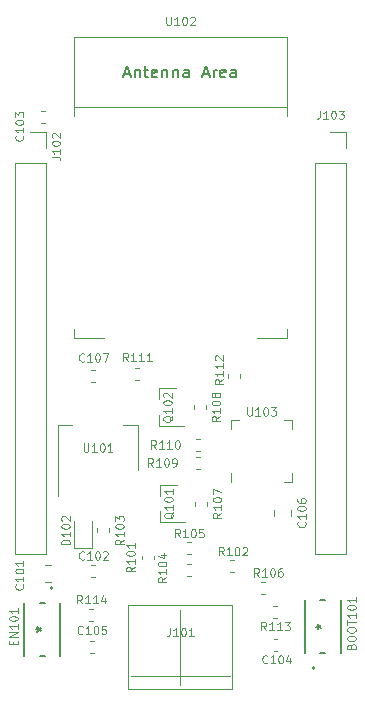
<source format=gbr>
%TF.GenerationSoftware,KiCad,Pcbnew,(5.99.0-12972-g3d2ffc12c1)*%
%TF.CreationDate,2021-12-01T23:42:45+01:00*%
%TF.ProjectId,ESP32_CP2102,45535033-325f-4435-9032-3130322e6b69,rev?*%
%TF.SameCoordinates,Original*%
%TF.FileFunction,Legend,Top*%
%TF.FilePolarity,Positive*%
%FSLAX46Y46*%
G04 Gerber Fmt 4.6, Leading zero omitted, Abs format (unit mm)*
G04 Created by KiCad (PCBNEW (5.99.0-12972-g3d2ffc12c1)) date 2021-12-01 23:42:45*
%MOMM*%
%LPD*%
G01*
G04 APERTURE LIST*
%ADD10C,0.100000*%
%ADD11C,0.150000*%
%ADD12C,0.120000*%
%ADD13C,0.152400*%
%ADD14C,0.020000*%
G04 APERTURE END LIST*
D10*
%TO.C,U103*%
X107258000Y-105788666D02*
X107258000Y-106355333D01*
X107291333Y-106422000D01*
X107324666Y-106455333D01*
X107391333Y-106488666D01*
X107524666Y-106488666D01*
X107591333Y-106455333D01*
X107624666Y-106422000D01*
X107658000Y-106355333D01*
X107658000Y-105788666D01*
X108358000Y-106488666D02*
X107958000Y-106488666D01*
X108158000Y-106488666D02*
X108158000Y-105788666D01*
X108091333Y-105888666D01*
X108024666Y-105955333D01*
X107958000Y-105988666D01*
X108791333Y-105788666D02*
X108858000Y-105788666D01*
X108924666Y-105822000D01*
X108958000Y-105855333D01*
X108991333Y-105922000D01*
X109024666Y-106055333D01*
X109024666Y-106222000D01*
X108991333Y-106355333D01*
X108958000Y-106422000D01*
X108924666Y-106455333D01*
X108858000Y-106488666D01*
X108791333Y-106488666D01*
X108724666Y-106455333D01*
X108691333Y-106422000D01*
X108658000Y-106355333D01*
X108624666Y-106222000D01*
X108624666Y-106055333D01*
X108658000Y-105922000D01*
X108691333Y-105855333D01*
X108724666Y-105822000D01*
X108791333Y-105788666D01*
X109258000Y-105788666D02*
X109691333Y-105788666D01*
X109458000Y-106055333D01*
X109558000Y-106055333D01*
X109624666Y-106088666D01*
X109658000Y-106122000D01*
X109691333Y-106188666D01*
X109691333Y-106355333D01*
X109658000Y-106422000D01*
X109624666Y-106455333D01*
X109558000Y-106488666D01*
X109358000Y-106488666D01*
X109291333Y-106455333D01*
X109258000Y-106422000D01*
%TO.C,R105*%
X101566666Y-116797466D02*
X101333333Y-116464133D01*
X101166666Y-116797466D02*
X101166666Y-116097466D01*
X101433333Y-116097466D01*
X101500000Y-116130800D01*
X101533333Y-116164133D01*
X101566666Y-116230800D01*
X101566666Y-116330800D01*
X101533333Y-116397466D01*
X101500000Y-116430800D01*
X101433333Y-116464133D01*
X101166666Y-116464133D01*
X102233333Y-116797466D02*
X101833333Y-116797466D01*
X102033333Y-116797466D02*
X102033333Y-116097466D01*
X101966666Y-116197466D01*
X101900000Y-116264133D01*
X101833333Y-116297466D01*
X102666666Y-116097466D02*
X102733333Y-116097466D01*
X102800000Y-116130800D01*
X102833333Y-116164133D01*
X102866666Y-116230800D01*
X102900000Y-116364133D01*
X102900000Y-116530800D01*
X102866666Y-116664133D01*
X102833333Y-116730800D01*
X102800000Y-116764133D01*
X102733333Y-116797466D01*
X102666666Y-116797466D01*
X102600000Y-116764133D01*
X102566666Y-116730800D01*
X102533333Y-116664133D01*
X102500000Y-116530800D01*
X102500000Y-116364133D01*
X102533333Y-116230800D01*
X102566666Y-116164133D01*
X102600000Y-116130800D01*
X102666666Y-116097466D01*
X103533333Y-116097466D02*
X103200000Y-116097466D01*
X103166666Y-116430800D01*
X103200000Y-116397466D01*
X103266666Y-116364133D01*
X103433333Y-116364133D01*
X103500000Y-116397466D01*
X103533333Y-116430800D01*
X103566666Y-116497466D01*
X103566666Y-116664133D01*
X103533333Y-116730800D01*
X103500000Y-116764133D01*
X103433333Y-116797466D01*
X103266666Y-116797466D01*
X103200000Y-116764133D01*
X103166666Y-116730800D01*
%TO.C,Q102*%
X100929933Y-106498933D02*
X100896600Y-106565600D01*
X100829933Y-106632266D01*
X100729933Y-106732266D01*
X100696600Y-106798933D01*
X100696600Y-106865600D01*
X100863266Y-106832266D02*
X100829933Y-106898933D01*
X100763266Y-106965600D01*
X100629933Y-106998933D01*
X100396600Y-106998933D01*
X100263266Y-106965600D01*
X100196600Y-106898933D01*
X100163266Y-106832266D01*
X100163266Y-106698933D01*
X100196600Y-106632266D01*
X100263266Y-106565600D01*
X100396600Y-106532266D01*
X100629933Y-106532266D01*
X100763266Y-106565600D01*
X100829933Y-106632266D01*
X100863266Y-106698933D01*
X100863266Y-106832266D01*
X100863266Y-105865600D02*
X100863266Y-106265600D01*
X100863266Y-106065600D02*
X100163266Y-106065600D01*
X100263266Y-106132266D01*
X100329933Y-106198933D01*
X100363266Y-106265600D01*
X100163266Y-105432266D02*
X100163266Y-105365600D01*
X100196600Y-105298933D01*
X100229933Y-105265600D01*
X100296600Y-105232266D01*
X100429933Y-105198933D01*
X100596600Y-105198933D01*
X100729933Y-105232266D01*
X100796600Y-105265600D01*
X100829933Y-105298933D01*
X100863266Y-105365600D01*
X100863266Y-105432266D01*
X100829933Y-105498933D01*
X100796600Y-105532266D01*
X100729933Y-105565600D01*
X100596600Y-105598933D01*
X100429933Y-105598933D01*
X100296600Y-105565600D01*
X100229933Y-105532266D01*
X100196600Y-105498933D01*
X100163266Y-105432266D01*
X100229933Y-104932266D02*
X100196600Y-104898933D01*
X100163266Y-104832266D01*
X100163266Y-104665600D01*
X100196600Y-104598933D01*
X100229933Y-104565600D01*
X100296600Y-104532266D01*
X100363266Y-104532266D01*
X100463266Y-104565600D01*
X100863266Y-104965600D01*
X100863266Y-104532266D01*
%TO.C,R106*%
X108266666Y-120116666D02*
X108033333Y-119783333D01*
X107866666Y-120116666D02*
X107866666Y-119416666D01*
X108133333Y-119416666D01*
X108200000Y-119450000D01*
X108233333Y-119483333D01*
X108266666Y-119550000D01*
X108266666Y-119650000D01*
X108233333Y-119716666D01*
X108200000Y-119750000D01*
X108133333Y-119783333D01*
X107866666Y-119783333D01*
X108933333Y-120116666D02*
X108533333Y-120116666D01*
X108733333Y-120116666D02*
X108733333Y-119416666D01*
X108666666Y-119516666D01*
X108600000Y-119583333D01*
X108533333Y-119616666D01*
X109366666Y-119416666D02*
X109433333Y-119416666D01*
X109500000Y-119450000D01*
X109533333Y-119483333D01*
X109566666Y-119550000D01*
X109600000Y-119683333D01*
X109600000Y-119850000D01*
X109566666Y-119983333D01*
X109533333Y-120050000D01*
X109500000Y-120083333D01*
X109433333Y-120116666D01*
X109366666Y-120116666D01*
X109300000Y-120083333D01*
X109266666Y-120050000D01*
X109233333Y-119983333D01*
X109200000Y-119850000D01*
X109200000Y-119683333D01*
X109233333Y-119550000D01*
X109266666Y-119483333D01*
X109300000Y-119450000D01*
X109366666Y-119416666D01*
X110200000Y-119416666D02*
X110066666Y-119416666D01*
X110000000Y-119450000D01*
X109966666Y-119483333D01*
X109900000Y-119583333D01*
X109866666Y-119716666D01*
X109866666Y-119983333D01*
X109900000Y-120050000D01*
X109933333Y-120083333D01*
X110000000Y-120116666D01*
X110133333Y-120116666D01*
X110200000Y-120083333D01*
X110233333Y-120050000D01*
X110266666Y-119983333D01*
X110266666Y-119816666D01*
X110233333Y-119750000D01*
X110200000Y-119716666D01*
X110133333Y-119683333D01*
X110000000Y-119683333D01*
X109933333Y-119716666D01*
X109900000Y-119750000D01*
X109866666Y-119816666D01*
%TO.C,R112*%
X105218666Y-103399333D02*
X104885333Y-103632666D01*
X105218666Y-103799333D02*
X104518666Y-103799333D01*
X104518666Y-103532666D01*
X104552000Y-103466000D01*
X104585333Y-103432666D01*
X104652000Y-103399333D01*
X104752000Y-103399333D01*
X104818666Y-103432666D01*
X104852000Y-103466000D01*
X104885333Y-103532666D01*
X104885333Y-103799333D01*
X105218666Y-102732666D02*
X105218666Y-103132666D01*
X105218666Y-102932666D02*
X104518666Y-102932666D01*
X104618666Y-102999333D01*
X104685333Y-103066000D01*
X104718666Y-103132666D01*
X105218666Y-102066000D02*
X105218666Y-102466000D01*
X105218666Y-102266000D02*
X104518666Y-102266000D01*
X104618666Y-102332666D01*
X104685333Y-102399333D01*
X104718666Y-102466000D01*
X104585333Y-101799333D02*
X104552000Y-101766000D01*
X104518666Y-101699333D01*
X104518666Y-101532666D01*
X104552000Y-101466000D01*
X104585333Y-101432666D01*
X104652000Y-101399333D01*
X104718666Y-101399333D01*
X104818666Y-101432666D01*
X105218666Y-101832666D01*
X105218666Y-101399333D01*
%TO.C,J103*%
X113400000Y-80666666D02*
X113400000Y-81166666D01*
X113366666Y-81266666D01*
X113300000Y-81333333D01*
X113200000Y-81366666D01*
X113133333Y-81366666D01*
X114100000Y-81366666D02*
X113700000Y-81366666D01*
X113900000Y-81366666D02*
X113900000Y-80666666D01*
X113833333Y-80766666D01*
X113766666Y-80833333D01*
X113700000Y-80866666D01*
X114533333Y-80666666D02*
X114600000Y-80666666D01*
X114666666Y-80700000D01*
X114700000Y-80733333D01*
X114733333Y-80800000D01*
X114766666Y-80933333D01*
X114766666Y-81100000D01*
X114733333Y-81233333D01*
X114700000Y-81300000D01*
X114666666Y-81333333D01*
X114600000Y-81366666D01*
X114533333Y-81366666D01*
X114466666Y-81333333D01*
X114433333Y-81300000D01*
X114400000Y-81233333D01*
X114366666Y-81100000D01*
X114366666Y-80933333D01*
X114400000Y-80800000D01*
X114433333Y-80733333D01*
X114466666Y-80700000D01*
X114533333Y-80666666D01*
X115000000Y-80666666D02*
X115433333Y-80666666D01*
X115200000Y-80933333D01*
X115300000Y-80933333D01*
X115366666Y-80966666D01*
X115400000Y-81000000D01*
X115433333Y-81066666D01*
X115433333Y-81233333D01*
X115400000Y-81300000D01*
X115366666Y-81333333D01*
X115300000Y-81366666D01*
X115100000Y-81366666D01*
X115033333Y-81333333D01*
X115000000Y-81300000D01*
%TO.C,U101*%
X93415000Y-108836666D02*
X93415000Y-109403333D01*
X93448333Y-109470000D01*
X93481666Y-109503333D01*
X93548333Y-109536666D01*
X93681666Y-109536666D01*
X93748333Y-109503333D01*
X93781666Y-109470000D01*
X93815000Y-109403333D01*
X93815000Y-108836666D01*
X94515000Y-109536666D02*
X94115000Y-109536666D01*
X94315000Y-109536666D02*
X94315000Y-108836666D01*
X94248333Y-108936666D01*
X94181666Y-109003333D01*
X94115000Y-109036666D01*
X94948333Y-108836666D02*
X95015000Y-108836666D01*
X95081666Y-108870000D01*
X95115000Y-108903333D01*
X95148333Y-108970000D01*
X95181666Y-109103333D01*
X95181666Y-109270000D01*
X95148333Y-109403333D01*
X95115000Y-109470000D01*
X95081666Y-109503333D01*
X95015000Y-109536666D01*
X94948333Y-109536666D01*
X94881666Y-109503333D01*
X94848333Y-109470000D01*
X94815000Y-109403333D01*
X94781666Y-109270000D01*
X94781666Y-109103333D01*
X94815000Y-108970000D01*
X94848333Y-108903333D01*
X94881666Y-108870000D01*
X94948333Y-108836666D01*
X95848333Y-109536666D02*
X95448333Y-109536666D01*
X95648333Y-109536666D02*
X95648333Y-108836666D01*
X95581666Y-108936666D01*
X95515000Y-109003333D01*
X95448333Y-109036666D01*
%TO.C,C104*%
X108966666Y-127400000D02*
X108933333Y-127433333D01*
X108833333Y-127466666D01*
X108766666Y-127466666D01*
X108666666Y-127433333D01*
X108600000Y-127366666D01*
X108566666Y-127300000D01*
X108533333Y-127166666D01*
X108533333Y-127066666D01*
X108566666Y-126933333D01*
X108600000Y-126866666D01*
X108666666Y-126800000D01*
X108766666Y-126766666D01*
X108833333Y-126766666D01*
X108933333Y-126800000D01*
X108966666Y-126833333D01*
X109633333Y-127466666D02*
X109233333Y-127466666D01*
X109433333Y-127466666D02*
X109433333Y-126766666D01*
X109366666Y-126866666D01*
X109300000Y-126933333D01*
X109233333Y-126966666D01*
X110066666Y-126766666D02*
X110133333Y-126766666D01*
X110200000Y-126800000D01*
X110233333Y-126833333D01*
X110266666Y-126900000D01*
X110300000Y-127033333D01*
X110300000Y-127200000D01*
X110266666Y-127333333D01*
X110233333Y-127400000D01*
X110200000Y-127433333D01*
X110133333Y-127466666D01*
X110066666Y-127466666D01*
X110000000Y-127433333D01*
X109966666Y-127400000D01*
X109933333Y-127333333D01*
X109900000Y-127200000D01*
X109900000Y-127033333D01*
X109933333Y-126900000D01*
X109966666Y-126833333D01*
X110000000Y-126800000D01*
X110066666Y-126766666D01*
X110900000Y-127000000D02*
X110900000Y-127466666D01*
X110733333Y-126733333D02*
X110566666Y-127233333D01*
X111000000Y-127233333D01*
%TO.C,D102*%
X92231666Y-117388333D02*
X91531666Y-117388333D01*
X91531666Y-117221666D01*
X91565000Y-117121666D01*
X91631666Y-117055000D01*
X91698333Y-117021666D01*
X91831666Y-116988333D01*
X91931666Y-116988333D01*
X92065000Y-117021666D01*
X92131666Y-117055000D01*
X92198333Y-117121666D01*
X92231666Y-117221666D01*
X92231666Y-117388333D01*
X92231666Y-116321666D02*
X92231666Y-116721666D01*
X92231666Y-116521666D02*
X91531666Y-116521666D01*
X91631666Y-116588333D01*
X91698333Y-116655000D01*
X91731666Y-116721666D01*
X91531666Y-115888333D02*
X91531666Y-115821666D01*
X91565000Y-115755000D01*
X91598333Y-115721666D01*
X91665000Y-115688333D01*
X91798333Y-115655000D01*
X91965000Y-115655000D01*
X92098333Y-115688333D01*
X92165000Y-115721666D01*
X92198333Y-115755000D01*
X92231666Y-115821666D01*
X92231666Y-115888333D01*
X92198333Y-115955000D01*
X92165000Y-115988333D01*
X92098333Y-116021666D01*
X91965000Y-116055000D01*
X91798333Y-116055000D01*
X91665000Y-116021666D01*
X91598333Y-115988333D01*
X91565000Y-115955000D01*
X91531666Y-115888333D01*
X91598333Y-115388333D02*
X91565000Y-115355000D01*
X91531666Y-115288333D01*
X91531666Y-115121666D01*
X91565000Y-115055000D01*
X91598333Y-115021666D01*
X91665000Y-114988333D01*
X91731666Y-114988333D01*
X91831666Y-115021666D01*
X92231666Y-115421666D01*
X92231666Y-114988333D01*
%TO.C,EN101*%
X87450000Y-125866666D02*
X87450000Y-125633333D01*
X87816666Y-125533333D02*
X87816666Y-125866666D01*
X87116666Y-125866666D01*
X87116666Y-125533333D01*
X87816666Y-125233333D02*
X87116666Y-125233333D01*
X87816666Y-124833333D01*
X87116666Y-124833333D01*
X87816666Y-124133333D02*
X87816666Y-124533333D01*
X87816666Y-124333333D02*
X87116666Y-124333333D01*
X87216666Y-124400000D01*
X87283333Y-124466666D01*
X87316666Y-124533333D01*
X87116666Y-123700000D02*
X87116666Y-123633333D01*
X87150000Y-123566666D01*
X87183333Y-123533333D01*
X87250000Y-123500000D01*
X87383333Y-123466666D01*
X87550000Y-123466666D01*
X87683333Y-123500000D01*
X87750000Y-123533333D01*
X87783333Y-123566666D01*
X87816666Y-123633333D01*
X87816666Y-123700000D01*
X87783333Y-123766666D01*
X87750000Y-123800000D01*
X87683333Y-123833333D01*
X87550000Y-123866666D01*
X87383333Y-123866666D01*
X87250000Y-123833333D01*
X87183333Y-123800000D01*
X87150000Y-123766666D01*
X87116666Y-123700000D01*
X87816666Y-122800000D02*
X87816666Y-123200000D01*
X87816666Y-123000000D02*
X87116666Y-123000000D01*
X87216666Y-123066666D01*
X87283333Y-123133333D01*
X87316666Y-123200000D01*
D11*
X89352380Y-124590000D02*
X89590476Y-124590000D01*
X89495238Y-124828095D02*
X89590476Y-124590000D01*
X89495238Y-124351904D01*
X89780952Y-124732857D02*
X89590476Y-124590000D01*
X89780952Y-124447142D01*
D10*
%TO.C,R111*%
X97166666Y-101886666D02*
X96933333Y-101553333D01*
X96766666Y-101886666D02*
X96766666Y-101186666D01*
X97033333Y-101186666D01*
X97100000Y-101220000D01*
X97133333Y-101253333D01*
X97166666Y-101320000D01*
X97166666Y-101420000D01*
X97133333Y-101486666D01*
X97100000Y-101520000D01*
X97033333Y-101553333D01*
X96766666Y-101553333D01*
X97833333Y-101886666D02*
X97433333Y-101886666D01*
X97633333Y-101886666D02*
X97633333Y-101186666D01*
X97566666Y-101286666D01*
X97500000Y-101353333D01*
X97433333Y-101386666D01*
X98500000Y-101886666D02*
X98100000Y-101886666D01*
X98300000Y-101886666D02*
X98300000Y-101186666D01*
X98233333Y-101286666D01*
X98166666Y-101353333D01*
X98100000Y-101386666D01*
X99166666Y-101886666D02*
X98766666Y-101886666D01*
X98966666Y-101886666D02*
X98966666Y-101186666D01*
X98900000Y-101286666D01*
X98833333Y-101353333D01*
X98766666Y-101386666D01*
%TO.C,R104*%
X100416666Y-120183333D02*
X100083333Y-120416666D01*
X100416666Y-120583333D02*
X99716666Y-120583333D01*
X99716666Y-120316666D01*
X99750000Y-120250000D01*
X99783333Y-120216666D01*
X99850000Y-120183333D01*
X99950000Y-120183333D01*
X100016666Y-120216666D01*
X100050000Y-120250000D01*
X100083333Y-120316666D01*
X100083333Y-120583333D01*
X100416666Y-119516666D02*
X100416666Y-119916666D01*
X100416666Y-119716666D02*
X99716666Y-119716666D01*
X99816666Y-119783333D01*
X99883333Y-119850000D01*
X99916666Y-119916666D01*
X99716666Y-119083333D02*
X99716666Y-119016666D01*
X99750000Y-118950000D01*
X99783333Y-118916666D01*
X99850000Y-118883333D01*
X99983333Y-118850000D01*
X100150000Y-118850000D01*
X100283333Y-118883333D01*
X100350000Y-118916666D01*
X100383333Y-118950000D01*
X100416666Y-119016666D01*
X100416666Y-119083333D01*
X100383333Y-119150000D01*
X100350000Y-119183333D01*
X100283333Y-119216666D01*
X100150000Y-119250000D01*
X99983333Y-119250000D01*
X99850000Y-119216666D01*
X99783333Y-119183333D01*
X99750000Y-119150000D01*
X99716666Y-119083333D01*
X99950000Y-118250000D02*
X100416666Y-118250000D01*
X99683333Y-118416666D02*
X100183333Y-118583333D01*
X100183333Y-118150000D01*
%TO.C,R110*%
X99546666Y-109282666D02*
X99313333Y-108949333D01*
X99146666Y-109282666D02*
X99146666Y-108582666D01*
X99413333Y-108582666D01*
X99480000Y-108616000D01*
X99513333Y-108649333D01*
X99546666Y-108716000D01*
X99546666Y-108816000D01*
X99513333Y-108882666D01*
X99480000Y-108916000D01*
X99413333Y-108949333D01*
X99146666Y-108949333D01*
X100213333Y-109282666D02*
X99813333Y-109282666D01*
X100013333Y-109282666D02*
X100013333Y-108582666D01*
X99946666Y-108682666D01*
X99880000Y-108749333D01*
X99813333Y-108782666D01*
X100880000Y-109282666D02*
X100480000Y-109282666D01*
X100680000Y-109282666D02*
X100680000Y-108582666D01*
X100613333Y-108682666D01*
X100546666Y-108749333D01*
X100480000Y-108782666D01*
X101313333Y-108582666D02*
X101380000Y-108582666D01*
X101446666Y-108616000D01*
X101480000Y-108649333D01*
X101513333Y-108716000D01*
X101546666Y-108849333D01*
X101546666Y-109016000D01*
X101513333Y-109149333D01*
X101480000Y-109216000D01*
X101446666Y-109249333D01*
X101380000Y-109282666D01*
X101313333Y-109282666D01*
X101246666Y-109249333D01*
X101213333Y-109216000D01*
X101180000Y-109149333D01*
X101146666Y-109016000D01*
X101146666Y-108849333D01*
X101180000Y-108716000D01*
X101213333Y-108649333D01*
X101246666Y-108616000D01*
X101313333Y-108582666D01*
%TO.C,C101*%
X88250000Y-120783333D02*
X88283333Y-120816666D01*
X88316666Y-120916666D01*
X88316666Y-120983333D01*
X88283333Y-121083333D01*
X88216666Y-121150000D01*
X88150000Y-121183333D01*
X88016666Y-121216666D01*
X87916666Y-121216666D01*
X87783333Y-121183333D01*
X87716666Y-121150000D01*
X87650000Y-121083333D01*
X87616666Y-120983333D01*
X87616666Y-120916666D01*
X87650000Y-120816666D01*
X87683333Y-120783333D01*
X88316666Y-120116666D02*
X88316666Y-120516666D01*
X88316666Y-120316666D02*
X87616666Y-120316666D01*
X87716666Y-120383333D01*
X87783333Y-120450000D01*
X87816666Y-120516666D01*
X87616666Y-119683333D02*
X87616666Y-119616666D01*
X87650000Y-119550000D01*
X87683333Y-119516666D01*
X87750000Y-119483333D01*
X87883333Y-119450000D01*
X88050000Y-119450000D01*
X88183333Y-119483333D01*
X88250000Y-119516666D01*
X88283333Y-119550000D01*
X88316666Y-119616666D01*
X88316666Y-119683333D01*
X88283333Y-119750000D01*
X88250000Y-119783333D01*
X88183333Y-119816666D01*
X88050000Y-119850000D01*
X87883333Y-119850000D01*
X87750000Y-119816666D01*
X87683333Y-119783333D01*
X87650000Y-119750000D01*
X87616666Y-119683333D01*
X88316666Y-118783333D02*
X88316666Y-119183333D01*
X88316666Y-118983333D02*
X87616666Y-118983333D01*
X87716666Y-119050000D01*
X87783333Y-119116666D01*
X87816666Y-119183333D01*
%TO.C,C106*%
X112150000Y-115483333D02*
X112183333Y-115516666D01*
X112216666Y-115616666D01*
X112216666Y-115683333D01*
X112183333Y-115783333D01*
X112116666Y-115850000D01*
X112050000Y-115883333D01*
X111916666Y-115916666D01*
X111816666Y-115916666D01*
X111683333Y-115883333D01*
X111616666Y-115850000D01*
X111550000Y-115783333D01*
X111516666Y-115683333D01*
X111516666Y-115616666D01*
X111550000Y-115516666D01*
X111583333Y-115483333D01*
X112216666Y-114816666D02*
X112216666Y-115216666D01*
X112216666Y-115016666D02*
X111516666Y-115016666D01*
X111616666Y-115083333D01*
X111683333Y-115150000D01*
X111716666Y-115216666D01*
X111516666Y-114383333D02*
X111516666Y-114316666D01*
X111550000Y-114250000D01*
X111583333Y-114216666D01*
X111650000Y-114183333D01*
X111783333Y-114150000D01*
X111950000Y-114150000D01*
X112083333Y-114183333D01*
X112150000Y-114216666D01*
X112183333Y-114250000D01*
X112216666Y-114316666D01*
X112216666Y-114383333D01*
X112183333Y-114450000D01*
X112150000Y-114483333D01*
X112083333Y-114516666D01*
X111950000Y-114550000D01*
X111783333Y-114550000D01*
X111650000Y-114516666D01*
X111583333Y-114483333D01*
X111550000Y-114450000D01*
X111516666Y-114383333D01*
X111516666Y-113550000D02*
X111516666Y-113683333D01*
X111550000Y-113750000D01*
X111583333Y-113783333D01*
X111683333Y-113850000D01*
X111816666Y-113883333D01*
X112083333Y-113883333D01*
X112150000Y-113850000D01*
X112183333Y-113816666D01*
X112216666Y-113750000D01*
X112216666Y-113616666D01*
X112183333Y-113550000D01*
X112150000Y-113516666D01*
X112083333Y-113483333D01*
X111916666Y-113483333D01*
X111850000Y-113516666D01*
X111816666Y-113550000D01*
X111783333Y-113616666D01*
X111783333Y-113750000D01*
X111816666Y-113816666D01*
X111850000Y-113850000D01*
X111916666Y-113883333D01*
%TO.C,R108*%
X104972266Y-106548933D02*
X104638933Y-106782266D01*
X104972266Y-106948933D02*
X104272266Y-106948933D01*
X104272266Y-106682266D01*
X104305600Y-106615600D01*
X104338933Y-106582266D01*
X104405600Y-106548933D01*
X104505600Y-106548933D01*
X104572266Y-106582266D01*
X104605600Y-106615600D01*
X104638933Y-106682266D01*
X104638933Y-106948933D01*
X104972266Y-105882266D02*
X104972266Y-106282266D01*
X104972266Y-106082266D02*
X104272266Y-106082266D01*
X104372266Y-106148933D01*
X104438933Y-106215600D01*
X104472266Y-106282266D01*
X104272266Y-105448933D02*
X104272266Y-105382266D01*
X104305600Y-105315600D01*
X104338933Y-105282266D01*
X104405600Y-105248933D01*
X104538933Y-105215600D01*
X104705600Y-105215600D01*
X104838933Y-105248933D01*
X104905600Y-105282266D01*
X104938933Y-105315600D01*
X104972266Y-105382266D01*
X104972266Y-105448933D01*
X104938933Y-105515600D01*
X104905600Y-105548933D01*
X104838933Y-105582266D01*
X104705600Y-105615600D01*
X104538933Y-105615600D01*
X104405600Y-105582266D01*
X104338933Y-105548933D01*
X104305600Y-105515600D01*
X104272266Y-105448933D01*
X104572266Y-104815600D02*
X104538933Y-104882266D01*
X104505600Y-104915600D01*
X104438933Y-104948933D01*
X104405600Y-104948933D01*
X104338933Y-104915600D01*
X104305600Y-104882266D01*
X104272266Y-104815600D01*
X104272266Y-104682266D01*
X104305600Y-104615600D01*
X104338933Y-104582266D01*
X104405600Y-104548933D01*
X104438933Y-104548933D01*
X104505600Y-104582266D01*
X104538933Y-104615600D01*
X104572266Y-104682266D01*
X104572266Y-104815600D01*
X104605600Y-104882266D01*
X104638933Y-104915600D01*
X104705600Y-104948933D01*
X104838933Y-104948933D01*
X104905600Y-104915600D01*
X104938933Y-104882266D01*
X104972266Y-104815600D01*
X104972266Y-104682266D01*
X104938933Y-104615600D01*
X104905600Y-104582266D01*
X104838933Y-104548933D01*
X104705600Y-104548933D01*
X104638933Y-104582266D01*
X104605600Y-104615600D01*
X104572266Y-104682266D01*
%TO.C,BOOT101*%
X116075000Y-126025000D02*
X116108333Y-125925000D01*
X116141666Y-125891666D01*
X116208333Y-125858333D01*
X116308333Y-125858333D01*
X116375000Y-125891666D01*
X116408333Y-125925000D01*
X116441666Y-125991666D01*
X116441666Y-126258333D01*
X115741666Y-126258333D01*
X115741666Y-126025000D01*
X115775000Y-125958333D01*
X115808333Y-125925000D01*
X115875000Y-125891666D01*
X115941666Y-125891666D01*
X116008333Y-125925000D01*
X116041666Y-125958333D01*
X116075000Y-126025000D01*
X116075000Y-126258333D01*
X115741666Y-125425000D02*
X115741666Y-125291666D01*
X115775000Y-125225000D01*
X115841666Y-125158333D01*
X115975000Y-125125000D01*
X116208333Y-125125000D01*
X116341666Y-125158333D01*
X116408333Y-125225000D01*
X116441666Y-125291666D01*
X116441666Y-125425000D01*
X116408333Y-125491666D01*
X116341666Y-125558333D01*
X116208333Y-125591666D01*
X115975000Y-125591666D01*
X115841666Y-125558333D01*
X115775000Y-125491666D01*
X115741666Y-125425000D01*
X115741666Y-124691666D02*
X115741666Y-124558333D01*
X115775000Y-124491666D01*
X115841666Y-124425000D01*
X115975000Y-124391666D01*
X116208333Y-124391666D01*
X116341666Y-124425000D01*
X116408333Y-124491666D01*
X116441666Y-124558333D01*
X116441666Y-124691666D01*
X116408333Y-124758333D01*
X116341666Y-124825000D01*
X116208333Y-124858333D01*
X115975000Y-124858333D01*
X115841666Y-124825000D01*
X115775000Y-124758333D01*
X115741666Y-124691666D01*
X115741666Y-124191666D02*
X115741666Y-123791666D01*
X116441666Y-123991666D02*
X115741666Y-123991666D01*
X116441666Y-123191666D02*
X116441666Y-123591666D01*
X116441666Y-123391666D02*
X115741666Y-123391666D01*
X115841666Y-123458333D01*
X115908333Y-123525000D01*
X115941666Y-123591666D01*
X115741666Y-122758333D02*
X115741666Y-122691666D01*
X115775000Y-122625000D01*
X115808333Y-122591666D01*
X115875000Y-122558333D01*
X116008333Y-122525000D01*
X116175000Y-122525000D01*
X116308333Y-122558333D01*
X116375000Y-122591666D01*
X116408333Y-122625000D01*
X116441666Y-122691666D01*
X116441666Y-122758333D01*
X116408333Y-122825000D01*
X116375000Y-122858333D01*
X116308333Y-122891666D01*
X116175000Y-122925000D01*
X116008333Y-122925000D01*
X115875000Y-122891666D01*
X115808333Y-122858333D01*
X115775000Y-122825000D01*
X115741666Y-122758333D01*
X116441666Y-121858333D02*
X116441666Y-122258333D01*
X116441666Y-122058333D02*
X115741666Y-122058333D01*
X115841666Y-122125000D01*
X115908333Y-122191666D01*
X115941666Y-122258333D01*
D11*
X113102380Y-124350000D02*
X113340476Y-124350000D01*
X113245238Y-124588095D02*
X113340476Y-124350000D01*
X113245238Y-124111904D01*
X113530952Y-124492857D02*
X113340476Y-124350000D01*
X113530952Y-124207142D01*
D10*
%TO.C,R114*%
X93290783Y-122393760D02*
X93057450Y-122060427D01*
X92890783Y-122393760D02*
X92890783Y-121693760D01*
X93157450Y-121693760D01*
X93224117Y-121727094D01*
X93257450Y-121760427D01*
X93290783Y-121827094D01*
X93290783Y-121927094D01*
X93257450Y-121993760D01*
X93224117Y-122027094D01*
X93157450Y-122060427D01*
X92890783Y-122060427D01*
X93957450Y-122393760D02*
X93557450Y-122393760D01*
X93757450Y-122393760D02*
X93757450Y-121693760D01*
X93690783Y-121793760D01*
X93624117Y-121860427D01*
X93557450Y-121893760D01*
X94624117Y-122393760D02*
X94224117Y-122393760D01*
X94424117Y-122393760D02*
X94424117Y-121693760D01*
X94357450Y-121793760D01*
X94290783Y-121860427D01*
X94224117Y-121893760D01*
X95224117Y-121927094D02*
X95224117Y-122393760D01*
X95057450Y-121660427D02*
X94890783Y-122160427D01*
X95324117Y-122160427D01*
%TO.C,U102*%
X100400000Y-72716666D02*
X100400000Y-73283333D01*
X100433333Y-73350000D01*
X100466666Y-73383333D01*
X100533333Y-73416666D01*
X100666666Y-73416666D01*
X100733333Y-73383333D01*
X100766666Y-73350000D01*
X100800000Y-73283333D01*
X100800000Y-72716666D01*
X101500000Y-73416666D02*
X101100000Y-73416666D01*
X101300000Y-73416666D02*
X101300000Y-72716666D01*
X101233333Y-72816666D01*
X101166666Y-72883333D01*
X101100000Y-72916666D01*
X101933333Y-72716666D02*
X102000000Y-72716666D01*
X102066666Y-72750000D01*
X102100000Y-72783333D01*
X102133333Y-72850000D01*
X102166666Y-72983333D01*
X102166666Y-73150000D01*
X102133333Y-73283333D01*
X102100000Y-73350000D01*
X102066666Y-73383333D01*
X102000000Y-73416666D01*
X101933333Y-73416666D01*
X101866666Y-73383333D01*
X101833333Y-73350000D01*
X101800000Y-73283333D01*
X101766666Y-73150000D01*
X101766666Y-72983333D01*
X101800000Y-72850000D01*
X101833333Y-72783333D01*
X101866666Y-72750000D01*
X101933333Y-72716666D01*
X102433333Y-72783333D02*
X102466666Y-72750000D01*
X102533333Y-72716666D01*
X102700000Y-72716666D01*
X102766666Y-72750000D01*
X102800000Y-72783333D01*
X102833333Y-72850000D01*
X102833333Y-72916666D01*
X102800000Y-73016666D01*
X102400000Y-73416666D01*
X102833333Y-73416666D01*
D11*
X96838095Y-77566666D02*
X97314285Y-77566666D01*
X96742857Y-77852380D02*
X97076190Y-76852380D01*
X97409523Y-77852380D01*
X97742857Y-77185714D02*
X97742857Y-77852380D01*
X97742857Y-77280952D02*
X97790476Y-77233333D01*
X97885714Y-77185714D01*
X98028571Y-77185714D01*
X98123809Y-77233333D01*
X98171428Y-77328571D01*
X98171428Y-77852380D01*
X98504761Y-77185714D02*
X98885714Y-77185714D01*
X98647619Y-76852380D02*
X98647619Y-77709523D01*
X98695238Y-77804761D01*
X98790476Y-77852380D01*
X98885714Y-77852380D01*
X99600000Y-77804761D02*
X99504761Y-77852380D01*
X99314285Y-77852380D01*
X99219047Y-77804761D01*
X99171428Y-77709523D01*
X99171428Y-77328571D01*
X99219047Y-77233333D01*
X99314285Y-77185714D01*
X99504761Y-77185714D01*
X99600000Y-77233333D01*
X99647619Y-77328571D01*
X99647619Y-77423809D01*
X99171428Y-77519047D01*
X100076190Y-77185714D02*
X100076190Y-77852380D01*
X100076190Y-77280952D02*
X100123809Y-77233333D01*
X100219047Y-77185714D01*
X100361904Y-77185714D01*
X100457142Y-77233333D01*
X100504761Y-77328571D01*
X100504761Y-77852380D01*
X100980952Y-77185714D02*
X100980952Y-77852380D01*
X100980952Y-77280952D02*
X101028571Y-77233333D01*
X101123809Y-77185714D01*
X101266666Y-77185714D01*
X101361904Y-77233333D01*
X101409523Y-77328571D01*
X101409523Y-77852380D01*
X102314285Y-77852380D02*
X102314285Y-77328571D01*
X102266666Y-77233333D01*
X102171428Y-77185714D01*
X101980952Y-77185714D01*
X101885714Y-77233333D01*
X102314285Y-77804761D02*
X102219047Y-77852380D01*
X101980952Y-77852380D01*
X101885714Y-77804761D01*
X101838095Y-77709523D01*
X101838095Y-77614285D01*
X101885714Y-77519047D01*
X101980952Y-77471428D01*
X102219047Y-77471428D01*
X102314285Y-77423809D01*
X103504761Y-77566666D02*
X103980952Y-77566666D01*
X103409523Y-77852380D02*
X103742857Y-76852380D01*
X104076190Y-77852380D01*
X104409523Y-77852380D02*
X104409523Y-77185714D01*
X104409523Y-77376190D02*
X104457142Y-77280952D01*
X104504761Y-77233333D01*
X104600000Y-77185714D01*
X104695238Y-77185714D01*
X105409523Y-77804761D02*
X105314285Y-77852380D01*
X105123809Y-77852380D01*
X105028571Y-77804761D01*
X104980952Y-77709523D01*
X104980952Y-77328571D01*
X105028571Y-77233333D01*
X105123809Y-77185714D01*
X105314285Y-77185714D01*
X105409523Y-77233333D01*
X105457142Y-77328571D01*
X105457142Y-77423809D01*
X104980952Y-77519047D01*
X106314285Y-77852380D02*
X106314285Y-77328571D01*
X106266666Y-77233333D01*
X106171428Y-77185714D01*
X105980952Y-77185714D01*
X105885714Y-77233333D01*
X106314285Y-77804761D02*
X106219047Y-77852380D01*
X105980952Y-77852380D01*
X105885714Y-77804761D01*
X105838095Y-77709523D01*
X105838095Y-77614285D01*
X105885714Y-77519047D01*
X105980952Y-77471428D01*
X106219047Y-77471428D01*
X106314285Y-77423809D01*
D10*
%TO.C,R101*%
X97736666Y-119283333D02*
X97403333Y-119516666D01*
X97736666Y-119683333D02*
X97036666Y-119683333D01*
X97036666Y-119416666D01*
X97070000Y-119350000D01*
X97103333Y-119316666D01*
X97170000Y-119283333D01*
X97270000Y-119283333D01*
X97336666Y-119316666D01*
X97370000Y-119350000D01*
X97403333Y-119416666D01*
X97403333Y-119683333D01*
X97736666Y-118616666D02*
X97736666Y-119016666D01*
X97736666Y-118816666D02*
X97036666Y-118816666D01*
X97136666Y-118883333D01*
X97203333Y-118950000D01*
X97236666Y-119016666D01*
X97036666Y-118183333D02*
X97036666Y-118116666D01*
X97070000Y-118050000D01*
X97103333Y-118016666D01*
X97170000Y-117983333D01*
X97303333Y-117950000D01*
X97470000Y-117950000D01*
X97603333Y-117983333D01*
X97670000Y-118016666D01*
X97703333Y-118050000D01*
X97736666Y-118116666D01*
X97736666Y-118183333D01*
X97703333Y-118250000D01*
X97670000Y-118283333D01*
X97603333Y-118316666D01*
X97470000Y-118350000D01*
X97303333Y-118350000D01*
X97170000Y-118316666D01*
X97103333Y-118283333D01*
X97070000Y-118250000D01*
X97036666Y-118183333D01*
X97736666Y-117283333D02*
X97736666Y-117683333D01*
X97736666Y-117483333D02*
X97036666Y-117483333D01*
X97136666Y-117550000D01*
X97203333Y-117616666D01*
X97236666Y-117683333D01*
%TO.C,C102*%
X93450666Y-118614000D02*
X93417333Y-118647333D01*
X93317333Y-118680666D01*
X93250666Y-118680666D01*
X93150666Y-118647333D01*
X93084000Y-118580666D01*
X93050666Y-118514000D01*
X93017333Y-118380666D01*
X93017333Y-118280666D01*
X93050666Y-118147333D01*
X93084000Y-118080666D01*
X93150666Y-118014000D01*
X93250666Y-117980666D01*
X93317333Y-117980666D01*
X93417333Y-118014000D01*
X93450666Y-118047333D01*
X94117333Y-118680666D02*
X93717333Y-118680666D01*
X93917333Y-118680666D02*
X93917333Y-117980666D01*
X93850666Y-118080666D01*
X93784000Y-118147333D01*
X93717333Y-118180666D01*
X94550666Y-117980666D02*
X94617333Y-117980666D01*
X94684000Y-118014000D01*
X94717333Y-118047333D01*
X94750666Y-118114000D01*
X94784000Y-118247333D01*
X94784000Y-118414000D01*
X94750666Y-118547333D01*
X94717333Y-118614000D01*
X94684000Y-118647333D01*
X94617333Y-118680666D01*
X94550666Y-118680666D01*
X94484000Y-118647333D01*
X94450666Y-118614000D01*
X94417333Y-118547333D01*
X94384000Y-118414000D01*
X94384000Y-118247333D01*
X94417333Y-118114000D01*
X94450666Y-118047333D01*
X94484000Y-118014000D01*
X94550666Y-117980666D01*
X95050666Y-118047333D02*
X95084000Y-118014000D01*
X95150666Y-117980666D01*
X95317333Y-117980666D01*
X95384000Y-118014000D01*
X95417333Y-118047333D01*
X95450666Y-118114000D01*
X95450666Y-118180666D01*
X95417333Y-118280666D01*
X95017333Y-118680666D01*
X95450666Y-118680666D01*
%TO.C,R103*%
X96806666Y-116988333D02*
X96473333Y-117221666D01*
X96806666Y-117388333D02*
X96106666Y-117388333D01*
X96106666Y-117121666D01*
X96140000Y-117055000D01*
X96173333Y-117021666D01*
X96240000Y-116988333D01*
X96340000Y-116988333D01*
X96406666Y-117021666D01*
X96440000Y-117055000D01*
X96473333Y-117121666D01*
X96473333Y-117388333D01*
X96806666Y-116321666D02*
X96806666Y-116721666D01*
X96806666Y-116521666D02*
X96106666Y-116521666D01*
X96206666Y-116588333D01*
X96273333Y-116655000D01*
X96306666Y-116721666D01*
X96106666Y-115888333D02*
X96106666Y-115821666D01*
X96140000Y-115755000D01*
X96173333Y-115721666D01*
X96240000Y-115688333D01*
X96373333Y-115655000D01*
X96540000Y-115655000D01*
X96673333Y-115688333D01*
X96740000Y-115721666D01*
X96773333Y-115755000D01*
X96806666Y-115821666D01*
X96806666Y-115888333D01*
X96773333Y-115955000D01*
X96740000Y-115988333D01*
X96673333Y-116021666D01*
X96540000Y-116055000D01*
X96373333Y-116055000D01*
X96240000Y-116021666D01*
X96173333Y-115988333D01*
X96140000Y-115955000D01*
X96106666Y-115888333D01*
X96106666Y-115421666D02*
X96106666Y-114988333D01*
X96373333Y-115221666D01*
X96373333Y-115121666D01*
X96406666Y-115055000D01*
X96440000Y-115021666D01*
X96506666Y-114988333D01*
X96673333Y-114988333D01*
X96740000Y-115021666D01*
X96773333Y-115055000D01*
X96806666Y-115121666D01*
X96806666Y-115321666D01*
X96773333Y-115388333D01*
X96740000Y-115421666D01*
%TO.C,J101*%
X100700000Y-124466666D02*
X100700000Y-124966666D01*
X100666666Y-125066666D01*
X100600000Y-125133333D01*
X100500000Y-125166666D01*
X100433333Y-125166666D01*
X101400000Y-125166666D02*
X101000000Y-125166666D01*
X101200000Y-125166666D02*
X101200000Y-124466666D01*
X101133333Y-124566666D01*
X101066666Y-124633333D01*
X101000000Y-124666666D01*
X101833333Y-124466666D02*
X101900000Y-124466666D01*
X101966666Y-124500000D01*
X102000000Y-124533333D01*
X102033333Y-124600000D01*
X102066666Y-124733333D01*
X102066666Y-124900000D01*
X102033333Y-125033333D01*
X102000000Y-125100000D01*
X101966666Y-125133333D01*
X101900000Y-125166666D01*
X101833333Y-125166666D01*
X101766666Y-125133333D01*
X101733333Y-125100000D01*
X101700000Y-125033333D01*
X101666666Y-124900000D01*
X101666666Y-124733333D01*
X101700000Y-124600000D01*
X101733333Y-124533333D01*
X101766666Y-124500000D01*
X101833333Y-124466666D01*
X102733333Y-125166666D02*
X102333333Y-125166666D01*
X102533333Y-125166666D02*
X102533333Y-124466666D01*
X102466666Y-124566666D01*
X102400000Y-124633333D01*
X102333333Y-124666666D01*
%TO.C,Q101*%
X101018133Y-114677733D02*
X100984800Y-114744400D01*
X100918133Y-114811066D01*
X100818133Y-114911066D01*
X100784800Y-114977733D01*
X100784800Y-115044400D01*
X100951466Y-115011066D02*
X100918133Y-115077733D01*
X100851466Y-115144400D01*
X100718133Y-115177733D01*
X100484800Y-115177733D01*
X100351466Y-115144400D01*
X100284800Y-115077733D01*
X100251466Y-115011066D01*
X100251466Y-114877733D01*
X100284800Y-114811066D01*
X100351466Y-114744400D01*
X100484800Y-114711066D01*
X100718133Y-114711066D01*
X100851466Y-114744400D01*
X100918133Y-114811066D01*
X100951466Y-114877733D01*
X100951466Y-115011066D01*
X100951466Y-114044400D02*
X100951466Y-114444400D01*
X100951466Y-114244400D02*
X100251466Y-114244400D01*
X100351466Y-114311066D01*
X100418133Y-114377733D01*
X100451466Y-114444400D01*
X100251466Y-113611066D02*
X100251466Y-113544400D01*
X100284800Y-113477733D01*
X100318133Y-113444400D01*
X100384800Y-113411066D01*
X100518133Y-113377733D01*
X100684800Y-113377733D01*
X100818133Y-113411066D01*
X100884800Y-113444400D01*
X100918133Y-113477733D01*
X100951466Y-113544400D01*
X100951466Y-113611066D01*
X100918133Y-113677733D01*
X100884800Y-113711066D01*
X100818133Y-113744400D01*
X100684800Y-113777733D01*
X100518133Y-113777733D01*
X100384800Y-113744400D01*
X100318133Y-113711066D01*
X100284800Y-113677733D01*
X100251466Y-113611066D01*
X100951466Y-112711066D02*
X100951466Y-113111066D01*
X100951466Y-112911066D02*
X100251466Y-112911066D01*
X100351466Y-112977733D01*
X100418133Y-113044400D01*
X100451466Y-113111066D01*
%TO.C,C107*%
X93450666Y-101850000D02*
X93417333Y-101883333D01*
X93317333Y-101916666D01*
X93250666Y-101916666D01*
X93150666Y-101883333D01*
X93084000Y-101816666D01*
X93050666Y-101750000D01*
X93017333Y-101616666D01*
X93017333Y-101516666D01*
X93050666Y-101383333D01*
X93084000Y-101316666D01*
X93150666Y-101250000D01*
X93250666Y-101216666D01*
X93317333Y-101216666D01*
X93417333Y-101250000D01*
X93450666Y-101283333D01*
X94117333Y-101916666D02*
X93717333Y-101916666D01*
X93917333Y-101916666D02*
X93917333Y-101216666D01*
X93850666Y-101316666D01*
X93784000Y-101383333D01*
X93717333Y-101416666D01*
X94550666Y-101216666D02*
X94617333Y-101216666D01*
X94684000Y-101250000D01*
X94717333Y-101283333D01*
X94750666Y-101350000D01*
X94784000Y-101483333D01*
X94784000Y-101650000D01*
X94750666Y-101783333D01*
X94717333Y-101850000D01*
X94684000Y-101883333D01*
X94617333Y-101916666D01*
X94550666Y-101916666D01*
X94484000Y-101883333D01*
X94450666Y-101850000D01*
X94417333Y-101783333D01*
X94384000Y-101650000D01*
X94384000Y-101483333D01*
X94417333Y-101350000D01*
X94450666Y-101283333D01*
X94484000Y-101250000D01*
X94550666Y-101216666D01*
X95017333Y-101216666D02*
X95484000Y-101216666D01*
X95184000Y-101916666D01*
%TO.C,J102*%
X90716666Y-84600000D02*
X91216666Y-84600000D01*
X91316666Y-84633333D01*
X91383333Y-84700000D01*
X91416666Y-84800000D01*
X91416666Y-84866666D01*
X91416666Y-83900000D02*
X91416666Y-84300000D01*
X91416666Y-84100000D02*
X90716666Y-84100000D01*
X90816666Y-84166666D01*
X90883333Y-84233333D01*
X90916666Y-84300000D01*
X90716666Y-83466666D02*
X90716666Y-83400000D01*
X90750000Y-83333333D01*
X90783333Y-83300000D01*
X90850000Y-83266666D01*
X90983333Y-83233333D01*
X91150000Y-83233333D01*
X91283333Y-83266666D01*
X91350000Y-83300000D01*
X91383333Y-83333333D01*
X91416666Y-83400000D01*
X91416666Y-83466666D01*
X91383333Y-83533333D01*
X91350000Y-83566666D01*
X91283333Y-83600000D01*
X91150000Y-83633333D01*
X90983333Y-83633333D01*
X90850000Y-83600000D01*
X90783333Y-83566666D01*
X90750000Y-83533333D01*
X90716666Y-83466666D01*
X90783333Y-82966666D02*
X90750000Y-82933333D01*
X90716666Y-82866666D01*
X90716666Y-82700000D01*
X90750000Y-82633333D01*
X90783333Y-82600000D01*
X90850000Y-82566666D01*
X90916666Y-82566666D01*
X91016666Y-82600000D01*
X91416666Y-83000000D01*
X91416666Y-82566666D01*
%TO.C,R109*%
X99292666Y-110806666D02*
X99059333Y-110473333D01*
X98892666Y-110806666D02*
X98892666Y-110106666D01*
X99159333Y-110106666D01*
X99226000Y-110140000D01*
X99259333Y-110173333D01*
X99292666Y-110240000D01*
X99292666Y-110340000D01*
X99259333Y-110406666D01*
X99226000Y-110440000D01*
X99159333Y-110473333D01*
X98892666Y-110473333D01*
X99959333Y-110806666D02*
X99559333Y-110806666D01*
X99759333Y-110806666D02*
X99759333Y-110106666D01*
X99692666Y-110206666D01*
X99626000Y-110273333D01*
X99559333Y-110306666D01*
X100392666Y-110106666D02*
X100459333Y-110106666D01*
X100526000Y-110140000D01*
X100559333Y-110173333D01*
X100592666Y-110240000D01*
X100626000Y-110373333D01*
X100626000Y-110540000D01*
X100592666Y-110673333D01*
X100559333Y-110740000D01*
X100526000Y-110773333D01*
X100459333Y-110806666D01*
X100392666Y-110806666D01*
X100326000Y-110773333D01*
X100292666Y-110740000D01*
X100259333Y-110673333D01*
X100226000Y-110540000D01*
X100226000Y-110373333D01*
X100259333Y-110240000D01*
X100292666Y-110173333D01*
X100326000Y-110140000D01*
X100392666Y-110106666D01*
X100959333Y-110806666D02*
X101092666Y-110806666D01*
X101159333Y-110773333D01*
X101192666Y-110740000D01*
X101259333Y-110640000D01*
X101292666Y-110506666D01*
X101292666Y-110240000D01*
X101259333Y-110173333D01*
X101226000Y-110140000D01*
X101159333Y-110106666D01*
X101026000Y-110106666D01*
X100959333Y-110140000D01*
X100926000Y-110173333D01*
X100892666Y-110240000D01*
X100892666Y-110406666D01*
X100926000Y-110473333D01*
X100959333Y-110506666D01*
X101026000Y-110540000D01*
X101159333Y-110540000D01*
X101226000Y-110506666D01*
X101259333Y-110473333D01*
X101292666Y-110406666D01*
%TO.C,R102*%
X105266666Y-118316666D02*
X105033333Y-117983333D01*
X104866666Y-118316666D02*
X104866666Y-117616666D01*
X105133333Y-117616666D01*
X105200000Y-117650000D01*
X105233333Y-117683333D01*
X105266666Y-117750000D01*
X105266666Y-117850000D01*
X105233333Y-117916666D01*
X105200000Y-117950000D01*
X105133333Y-117983333D01*
X104866666Y-117983333D01*
X105933333Y-118316666D02*
X105533333Y-118316666D01*
X105733333Y-118316666D02*
X105733333Y-117616666D01*
X105666666Y-117716666D01*
X105600000Y-117783333D01*
X105533333Y-117816666D01*
X106366666Y-117616666D02*
X106433333Y-117616666D01*
X106500000Y-117650000D01*
X106533333Y-117683333D01*
X106566666Y-117750000D01*
X106600000Y-117883333D01*
X106600000Y-118050000D01*
X106566666Y-118183333D01*
X106533333Y-118250000D01*
X106500000Y-118283333D01*
X106433333Y-118316666D01*
X106366666Y-118316666D01*
X106300000Y-118283333D01*
X106266666Y-118250000D01*
X106233333Y-118183333D01*
X106200000Y-118050000D01*
X106200000Y-117883333D01*
X106233333Y-117750000D01*
X106266666Y-117683333D01*
X106300000Y-117650000D01*
X106366666Y-117616666D01*
X106866666Y-117683333D02*
X106900000Y-117650000D01*
X106966666Y-117616666D01*
X107133333Y-117616666D01*
X107200000Y-117650000D01*
X107233333Y-117683333D01*
X107266666Y-117750000D01*
X107266666Y-117816666D01*
X107233333Y-117916666D01*
X106833333Y-118316666D01*
X107266666Y-118316666D01*
%TO.C,R113*%
X108866666Y-124666666D02*
X108633333Y-124333333D01*
X108466666Y-124666666D02*
X108466666Y-123966666D01*
X108733333Y-123966666D01*
X108800000Y-124000000D01*
X108833333Y-124033333D01*
X108866666Y-124100000D01*
X108866666Y-124200000D01*
X108833333Y-124266666D01*
X108800000Y-124300000D01*
X108733333Y-124333333D01*
X108466666Y-124333333D01*
X109533333Y-124666666D02*
X109133333Y-124666666D01*
X109333333Y-124666666D02*
X109333333Y-123966666D01*
X109266666Y-124066666D01*
X109200000Y-124133333D01*
X109133333Y-124166666D01*
X110200000Y-124666666D02*
X109800000Y-124666666D01*
X110000000Y-124666666D02*
X110000000Y-123966666D01*
X109933333Y-124066666D01*
X109866666Y-124133333D01*
X109800000Y-124166666D01*
X110433333Y-123966666D02*
X110866666Y-123966666D01*
X110633333Y-124233333D01*
X110733333Y-124233333D01*
X110800000Y-124266666D01*
X110833333Y-124300000D01*
X110866666Y-124366666D01*
X110866666Y-124533333D01*
X110833333Y-124600000D01*
X110800000Y-124633333D01*
X110733333Y-124666666D01*
X110533333Y-124666666D01*
X110466666Y-124633333D01*
X110433333Y-124600000D01*
%TO.C,C105*%
X93329166Y-124934000D02*
X93295833Y-124967333D01*
X93195833Y-125000666D01*
X93129166Y-125000666D01*
X93029166Y-124967333D01*
X92962500Y-124900666D01*
X92929166Y-124834000D01*
X92895833Y-124700666D01*
X92895833Y-124600666D01*
X92929166Y-124467333D01*
X92962500Y-124400666D01*
X93029166Y-124334000D01*
X93129166Y-124300666D01*
X93195833Y-124300666D01*
X93295833Y-124334000D01*
X93329166Y-124367333D01*
X93995833Y-125000666D02*
X93595833Y-125000666D01*
X93795833Y-125000666D02*
X93795833Y-124300666D01*
X93729166Y-124400666D01*
X93662500Y-124467333D01*
X93595833Y-124500666D01*
X94429166Y-124300666D02*
X94495833Y-124300666D01*
X94562500Y-124334000D01*
X94595833Y-124367333D01*
X94629166Y-124434000D01*
X94662500Y-124567333D01*
X94662500Y-124734000D01*
X94629166Y-124867333D01*
X94595833Y-124934000D01*
X94562500Y-124967333D01*
X94495833Y-125000666D01*
X94429166Y-125000666D01*
X94362500Y-124967333D01*
X94329166Y-124934000D01*
X94295833Y-124867333D01*
X94262500Y-124734000D01*
X94262500Y-124567333D01*
X94295833Y-124434000D01*
X94329166Y-124367333D01*
X94362500Y-124334000D01*
X94429166Y-124300666D01*
X95295833Y-124300666D02*
X94962500Y-124300666D01*
X94929166Y-124634000D01*
X94962500Y-124600666D01*
X95029166Y-124567333D01*
X95195833Y-124567333D01*
X95262500Y-124600666D01*
X95295833Y-124634000D01*
X95329166Y-124700666D01*
X95329166Y-124867333D01*
X95295833Y-124934000D01*
X95262500Y-124967333D01*
X95195833Y-125000666D01*
X95029166Y-125000666D01*
X94962500Y-124967333D01*
X94929166Y-124934000D01*
%TO.C,C103*%
X88250000Y-82783333D02*
X88283333Y-82816666D01*
X88316666Y-82916666D01*
X88316666Y-82983333D01*
X88283333Y-83083333D01*
X88216666Y-83150000D01*
X88150000Y-83183333D01*
X88016666Y-83216666D01*
X87916666Y-83216666D01*
X87783333Y-83183333D01*
X87716666Y-83150000D01*
X87650000Y-83083333D01*
X87616666Y-82983333D01*
X87616666Y-82916666D01*
X87650000Y-82816666D01*
X87683333Y-82783333D01*
X88316666Y-82116666D02*
X88316666Y-82516666D01*
X88316666Y-82316666D02*
X87616666Y-82316666D01*
X87716666Y-82383333D01*
X87783333Y-82450000D01*
X87816666Y-82516666D01*
X87616666Y-81683333D02*
X87616666Y-81616666D01*
X87650000Y-81550000D01*
X87683333Y-81516666D01*
X87750000Y-81483333D01*
X87883333Y-81450000D01*
X88050000Y-81450000D01*
X88183333Y-81483333D01*
X88250000Y-81516666D01*
X88283333Y-81550000D01*
X88316666Y-81616666D01*
X88316666Y-81683333D01*
X88283333Y-81750000D01*
X88250000Y-81783333D01*
X88183333Y-81816666D01*
X88050000Y-81850000D01*
X87883333Y-81850000D01*
X87750000Y-81816666D01*
X87683333Y-81783333D01*
X87650000Y-81750000D01*
X87616666Y-81683333D01*
X87616666Y-81216666D02*
X87616666Y-80783333D01*
X87883333Y-81016666D01*
X87883333Y-80916666D01*
X87916666Y-80850000D01*
X87950000Y-80816666D01*
X88016666Y-80783333D01*
X88183333Y-80783333D01*
X88250000Y-80816666D01*
X88283333Y-80850000D01*
X88316666Y-80916666D01*
X88316666Y-81116666D01*
X88283333Y-81183333D01*
X88250000Y-81216666D01*
%TO.C,R107*%
X105060466Y-114727733D02*
X104727133Y-114961066D01*
X105060466Y-115127733D02*
X104360466Y-115127733D01*
X104360466Y-114861066D01*
X104393800Y-114794400D01*
X104427133Y-114761066D01*
X104493800Y-114727733D01*
X104593800Y-114727733D01*
X104660466Y-114761066D01*
X104693800Y-114794400D01*
X104727133Y-114861066D01*
X104727133Y-115127733D01*
X105060466Y-114061066D02*
X105060466Y-114461066D01*
X105060466Y-114261066D02*
X104360466Y-114261066D01*
X104460466Y-114327733D01*
X104527133Y-114394400D01*
X104560466Y-114461066D01*
X104360466Y-113627733D02*
X104360466Y-113561066D01*
X104393800Y-113494400D01*
X104427133Y-113461066D01*
X104493800Y-113427733D01*
X104627133Y-113394400D01*
X104793800Y-113394400D01*
X104927133Y-113427733D01*
X104993800Y-113461066D01*
X105027133Y-113494400D01*
X105060466Y-113561066D01*
X105060466Y-113627733D01*
X105027133Y-113694400D01*
X104993800Y-113727733D01*
X104927133Y-113761066D01*
X104793800Y-113794400D01*
X104627133Y-113794400D01*
X104493800Y-113761066D01*
X104427133Y-113727733D01*
X104393800Y-113694400D01*
X104360466Y-113627733D01*
X104360466Y-113161066D02*
X104360466Y-112694400D01*
X105060466Y-112994400D01*
D12*
%TO.C,U103*%
X111068000Y-107589000D02*
X111068000Y-106864000D01*
X111068000Y-112084000D02*
X110343000Y-112084000D01*
X105848000Y-111359000D02*
X105848000Y-112084000D01*
X111068000Y-111359000D02*
X111068000Y-112084000D01*
X105848000Y-107589000D02*
X105848000Y-106864000D01*
X105848000Y-106864000D02*
X106573000Y-106864000D01*
X111068000Y-106864000D02*
X110343000Y-106864000D01*
%TO.C,R105*%
X102187221Y-118210000D02*
X102512779Y-118210000D01*
X102187221Y-117190000D02*
X102512779Y-117190000D01*
%TO.C,Q102*%
X99786600Y-107345600D02*
X99786600Y-106415600D01*
X99786600Y-104185600D02*
X99786600Y-105115600D01*
X99786600Y-104185600D02*
X101246600Y-104185600D01*
X99786600Y-107345600D02*
X101946600Y-107345600D01*
%TO.C,R106*%
X108437221Y-121610000D02*
X108762779Y-121610000D01*
X108437221Y-120590000D02*
X108762779Y-120590000D01*
%TO.C,R112*%
X105662000Y-102961221D02*
X105662000Y-103286779D01*
X106682000Y-102961221D02*
X106682000Y-103286779D01*
%TO.C,J103*%
X115630000Y-85090000D02*
X115630000Y-118170000D01*
X115630000Y-82490000D02*
X115630000Y-83820000D01*
X112970000Y-85090000D02*
X115630000Y-85090000D01*
X112970000Y-118170000D02*
X115630000Y-118170000D01*
X114300000Y-82490000D02*
X115630000Y-82490000D01*
X112970000Y-85090000D02*
X112970000Y-118170000D01*
%TO.C,U101*%
X98025000Y-111070000D02*
X98025000Y-107310000D01*
X98025000Y-107310000D02*
X96765000Y-107310000D01*
X91205000Y-113320000D02*
X91205000Y-107310000D01*
X91205000Y-107310000D02*
X92465000Y-107310000D01*
%TO.C,C104*%
X109812779Y-125364000D02*
X109487221Y-125364000D01*
X109812779Y-126384000D02*
X109487221Y-126384000D01*
%TO.C,D102*%
X92610000Y-117690000D02*
X94080000Y-117690000D01*
X94080000Y-117690000D02*
X94080000Y-115405000D01*
X92610000Y-115405000D02*
X92610000Y-117690000D01*
D13*
%TO.C,EN101*%
X90781200Y-121079900D02*
G75*
G03*
X90781200Y-121079900I-76200J0D01*
G01*
X89681740Y-126812500D02*
X90118260Y-126812500D01*
X91424000Y-126812500D02*
X91424000Y-122367500D01*
X90118260Y-122367500D02*
X89681740Y-122367500D01*
X88376000Y-122367500D02*
X88376000Y-126812500D01*
D12*
%TO.C,R111*%
X97787221Y-102490000D02*
X98112779Y-102490000D01*
X97787221Y-103510000D02*
X98112779Y-103510000D01*
%TO.C,R104*%
X102187221Y-120110000D02*
X102512779Y-120110000D01*
X102187221Y-119090000D02*
X102512779Y-119090000D01*
%TO.C,R110*%
X102961221Y-108456000D02*
X103286779Y-108456000D01*
X102961221Y-109476000D02*
X103286779Y-109476000D01*
%TO.C,C101*%
X90682578Y-120598000D02*
X90165422Y-120598000D01*
X90682578Y-119178000D02*
X90165422Y-119178000D01*
%TO.C,C106*%
X109540000Y-114441422D02*
X109540000Y-114958578D01*
X110960000Y-114441422D02*
X110960000Y-114958578D01*
%TO.C,R108*%
X102715600Y-105602821D02*
X102715600Y-105928379D01*
X103735600Y-105602821D02*
X103735600Y-105928379D01*
D13*
%TO.C,BOOT101*%
X115174000Y-126572500D02*
X115174000Y-122127500D01*
X112126000Y-122127500D02*
X112126000Y-126572500D01*
X113431740Y-126572500D02*
X113868260Y-126572500D01*
X113868260Y-122127500D02*
X113431740Y-122127500D01*
X112921200Y-127860100D02*
G75*
G03*
X112921200Y-127860100I-76200J0D01*
G01*
D12*
%TO.C,R114*%
X93902850Y-122837094D02*
X94245384Y-122837094D01*
X93902850Y-123857094D02*
X94245384Y-123857094D01*
%TO.C,U102*%
X92600000Y-99150000D02*
X92600000Y-99900000D01*
X110600000Y-99900000D02*
X109850000Y-99900000D01*
X110600000Y-74400000D02*
X110600000Y-81150000D01*
X109850000Y-99900000D02*
X108100000Y-99900000D01*
X93350000Y-99900000D02*
X95100000Y-99900000D01*
X110600000Y-80340000D02*
X92600000Y-80340000D01*
X110600000Y-99150000D02*
X110600000Y-99900000D01*
X92600000Y-74400000D02*
X92600000Y-81150000D01*
X92600000Y-99900000D02*
X93350000Y-99900000D01*
X92600000Y-74400000D02*
X110600000Y-74400000D01*
%TO.C,R101*%
X99360000Y-118662779D02*
X99360000Y-118337221D01*
X98340000Y-118662779D02*
X98340000Y-118337221D01*
%TO.C,C102*%
X94071221Y-119124000D02*
X94396779Y-119124000D01*
X94071221Y-120144000D02*
X94396779Y-120144000D01*
%TO.C,R103*%
X94550000Y-116042221D02*
X94550000Y-116367779D01*
X95570000Y-116042221D02*
X95570000Y-116367779D01*
D10*
%TO.C,J101*%
X106000000Y-129600000D02*
X97200000Y-129600000D01*
X105800000Y-128500000D02*
X97400000Y-128500000D01*
X97200000Y-122500000D02*
X106000000Y-122500000D01*
X97200000Y-122500000D02*
X97200000Y-129600000D01*
D14*
X101600000Y-122980000D02*
X101600000Y-129300000D01*
D10*
X106000000Y-122500000D02*
X106000000Y-129600000D01*
D12*
%TO.C,Q101*%
X99874800Y-112364400D02*
X101334800Y-112364400D01*
X99874800Y-115524400D02*
X99874800Y-114594400D01*
X99874800Y-115524400D02*
X102034800Y-115524400D01*
X99874800Y-112364400D02*
X99874800Y-113294400D01*
%TO.C,C107*%
X94071221Y-102614000D02*
X94396779Y-102614000D01*
X94071221Y-103634000D02*
X94396779Y-103634000D01*
%TO.C,J102*%
X87570000Y-118170000D02*
X90230000Y-118170000D01*
X90230000Y-85090000D02*
X90230000Y-118170000D01*
X88900000Y-82490000D02*
X90230000Y-82490000D01*
X90230000Y-82490000D02*
X90230000Y-83820000D01*
X87570000Y-85090000D02*
X90230000Y-85090000D01*
X87570000Y-85090000D02*
X87570000Y-118170000D01*
%TO.C,R109*%
X102961221Y-109980000D02*
X103286779Y-109980000D01*
X102961221Y-111000000D02*
X103286779Y-111000000D01*
%TO.C,R102*%
X105837221Y-118740000D02*
X106162779Y-118740000D01*
X105837221Y-119760000D02*
X106162779Y-119760000D01*
%TO.C,R113*%
X109821267Y-122570000D02*
X109478733Y-122570000D01*
X109821267Y-123590000D02*
X109478733Y-123590000D01*
%TO.C,C105*%
X93949721Y-126624000D02*
X94275279Y-126624000D01*
X93949721Y-125604000D02*
X94275279Y-125604000D01*
%TO.C,C103*%
X90162779Y-81710000D02*
X89837221Y-81710000D01*
X90162779Y-80690000D02*
X89837221Y-80690000D01*
%TO.C,R107*%
X103823800Y-113781621D02*
X103823800Y-114107179D01*
X102803800Y-113781621D02*
X102803800Y-114107179D01*
%TD*%
M02*

</source>
